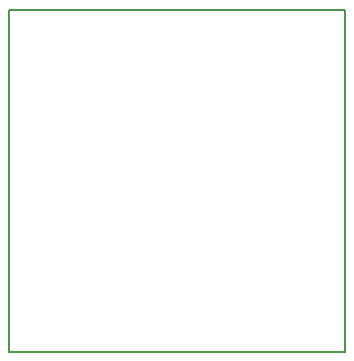
<source format=gko>
G04 #@! TF.FileFunction,Profile,NP*
%FSLAX46Y46*%
G04 Gerber Fmt 4.6, Leading zero omitted, Abs format (unit mm)*
G04 Created by KiCad (PCBNEW 4.0.7-e2-6376~58~ubuntu17.04.1) date Tue Sep  5 17:35:11 2017*
%MOMM*%
%LPD*%
G01*
G04 APERTURE LIST*
%ADD10C,0.100000*%
%ADD11C,0.150000*%
G04 APERTURE END LIST*
D10*
D11*
X163576000Y-76708000D02*
X135128000Y-76708000D01*
X163576000Y-105664000D02*
X163576000Y-76708000D01*
X135128000Y-105664000D02*
X163576000Y-105664000D01*
X135128000Y-76708000D02*
X135128000Y-105664000D01*
M02*

</source>
